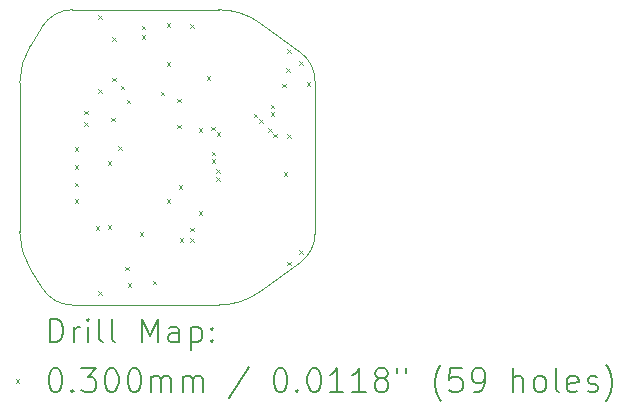
<source format=gbr>
%TF.GenerationSoftware,KiCad,Pcbnew,7.0.9*%
%TF.CreationDate,2024-09-28T05:22:22+08:00*%
%TF.ProjectId,cameraadapt,63616d65-7261-4616-9461-70742e6b6963,rev?*%
%TF.SameCoordinates,Original*%
%TF.FileFunction,Drillmap*%
%TF.FilePolarity,Positive*%
%FSLAX45Y45*%
G04 Gerber Fmt 4.5, Leading zero omitted, Abs format (unit mm)*
G04 Created by KiCad (PCBNEW 7.0.9) date 2024-09-28 05:22:22*
%MOMM*%
%LPD*%
G01*
G04 APERTURE LIST*
%ADD10C,0.100000*%
%ADD11C,0.200000*%
G04 APERTURE END LIST*
D10*
X-1080000Y-628571D02*
G75*
G03*
X-989434Y-945552I599999J0D01*
G01*
X-989434Y945552D02*
G75*
G03*
X-1080000Y628571I509433J-316981D01*
G01*
X957645Y1135580D02*
G75*
G03*
X605208Y1250000I-352437J-485580D01*
G01*
X605208Y-1250000D02*
G75*
G03*
X957645Y-1135580I0J600000D01*
G01*
X1420001Y647051D02*
G75*
G03*
X1296219Y889841I-300001J-1D01*
G01*
X1296218Y-889840D02*
G75*
G03*
X1420000Y-647051I-176218J242790D01*
G01*
X-888050Y-1108491D02*
G75*
G03*
X-633333Y-1250000I254717J158491D01*
G01*
X-633333Y1250000D02*
G75*
G03*
X-888050Y1108491I0J-300000D01*
G01*
X1420000Y647051D02*
X1420000Y-647051D01*
X-989434Y945552D02*
X-888050Y1108491D01*
X-1080000Y-628571D02*
X-1080000Y628571D01*
X957645Y-1135580D02*
X1296219Y-889841D01*
X605208Y-1250000D02*
X-633333Y-1250000D01*
X-633333Y1250000D02*
X605208Y1250000D01*
X-888050Y-1108491D02*
X-989434Y-945552D01*
X957645Y1135580D02*
X1296219Y889841D01*
D11*
D10*
X-615000Y85000D02*
X-585000Y55000D01*
X-585000Y85000D02*
X-615000Y55000D01*
X-615000Y-65000D02*
X-585000Y-95000D01*
X-585000Y-65000D02*
X-615000Y-95000D01*
X-615000Y-215000D02*
X-585000Y-245000D01*
X-585000Y-215000D02*
X-615000Y-245000D01*
X-615000Y-355000D02*
X-585000Y-385000D01*
X-585000Y-355000D02*
X-615000Y-385000D01*
X-535000Y395000D02*
X-505000Y365000D01*
X-505000Y395000D02*
X-535000Y365000D01*
X-533148Y298482D02*
X-503148Y268482D01*
X-503148Y298482D02*
X-533148Y268482D01*
X-435000Y-585000D02*
X-405000Y-615000D01*
X-405000Y-585000D02*
X-435000Y-615000D01*
X-415000Y1205000D02*
X-385000Y1175000D01*
X-385000Y1205000D02*
X-415000Y1175000D01*
X-415000Y575000D02*
X-385000Y545000D01*
X-385000Y575000D02*
X-415000Y545000D01*
X-415000Y-1135000D02*
X-385000Y-1165000D01*
X-385000Y-1135000D02*
X-415000Y-1165000D01*
X-335000Y-35000D02*
X-305000Y-65000D01*
X-305000Y-35000D02*
X-335000Y-65000D01*
X-335000Y-575000D02*
X-305000Y-605000D01*
X-305000Y-575000D02*
X-335000Y-605000D01*
X-305000Y335000D02*
X-275000Y305000D01*
X-275000Y335000D02*
X-305000Y305000D01*
X-295000Y1015000D02*
X-265000Y985000D01*
X-265000Y1015000D02*
X-295000Y985000D01*
X-295000Y675000D02*
X-265000Y645000D01*
X-265000Y675000D02*
X-295000Y645000D01*
X-245000Y95000D02*
X-215000Y65000D01*
X-215000Y95000D02*
X-245000Y65000D01*
X-225000Y605000D02*
X-195000Y575000D01*
X-195000Y605000D02*
X-225000Y575000D01*
X-185000Y-925000D02*
X-155000Y-955000D01*
X-155000Y-925000D02*
X-185000Y-955000D01*
X-172768Y489550D02*
X-142768Y459550D01*
X-142768Y489550D02*
X-172768Y459550D01*
X-165000Y-1065000D02*
X-135000Y-1095000D01*
X-135000Y-1065000D02*
X-165000Y-1095000D01*
X-65000Y-635000D02*
X-35000Y-665000D01*
X-35000Y-635000D02*
X-65000Y-665000D01*
X-45000Y1115000D02*
X-15000Y1085000D01*
X-15000Y1115000D02*
X-45000Y1085000D01*
X-45000Y1035000D02*
X-15000Y1005000D01*
X-15000Y1035000D02*
X-45000Y1005000D01*
X45000Y-1045000D02*
X75000Y-1075000D01*
X75000Y-1045000D02*
X45000Y-1075000D01*
X115000Y555000D02*
X145000Y525000D01*
X145000Y555000D02*
X115000Y525000D01*
X165000Y1135000D02*
X195000Y1105000D01*
X195000Y1135000D02*
X165000Y1105000D01*
X165000Y805000D02*
X195000Y775000D01*
X195000Y805000D02*
X165000Y775000D01*
X165000Y-355000D02*
X195000Y-385000D01*
X195000Y-355000D02*
X165000Y-385000D01*
X255000Y495000D02*
X285000Y465000D01*
X285000Y495000D02*
X255000Y465000D01*
X255000Y275000D02*
X285000Y245000D01*
X285000Y275000D02*
X255000Y245000D01*
X265000Y-235000D02*
X295000Y-265000D01*
X295000Y-235000D02*
X265000Y-265000D01*
X275000Y-685000D02*
X305000Y-715000D01*
X305000Y-685000D02*
X275000Y-715000D01*
X365000Y1125000D02*
X395000Y1095000D01*
X395000Y1125000D02*
X365000Y1095000D01*
X365000Y-595000D02*
X395000Y-625000D01*
X395000Y-595000D02*
X365000Y-625000D01*
X365000Y-685000D02*
X395000Y-715000D01*
X395000Y-685000D02*
X365000Y-715000D01*
X435000Y245000D02*
X465000Y215000D01*
X465000Y245000D02*
X435000Y215000D01*
X435000Y-455000D02*
X465000Y-485000D01*
X465000Y-455000D02*
X435000Y-485000D01*
X505000Y685000D02*
X535000Y655000D01*
X535000Y685000D02*
X505000Y655000D01*
X542019Y257981D02*
X572019Y227981D01*
X572019Y257981D02*
X542019Y227981D01*
X545000Y47500D02*
X575000Y17500D01*
X575000Y47500D02*
X545000Y17500D01*
X545000Y-17500D02*
X575000Y-47500D01*
X575000Y-17500D02*
X545000Y-47500D01*
X585000Y-102500D02*
X615000Y-132500D01*
X615000Y-102500D02*
X585000Y-132500D01*
X585000Y-167500D02*
X615000Y-197500D01*
X615000Y-167500D02*
X585000Y-197500D01*
X587981Y212019D02*
X617981Y182019D01*
X617981Y212019D02*
X587981Y182019D01*
X902019Y367981D02*
X932019Y337981D01*
X932019Y367981D02*
X902019Y337981D01*
X947981Y322019D02*
X977981Y292019D01*
X977981Y322019D02*
X947981Y292019D01*
X1022019Y247981D02*
X1052019Y217981D01*
X1052019Y247981D02*
X1022019Y217981D01*
X1045000Y447500D02*
X1075000Y417500D01*
X1075000Y447500D02*
X1045000Y417500D01*
X1045000Y382500D02*
X1075000Y352500D01*
X1075000Y382500D02*
X1045000Y352500D01*
X1067981Y202019D02*
X1097981Y172019D01*
X1097981Y202019D02*
X1067981Y172019D01*
X1145000Y625000D02*
X1175000Y595000D01*
X1175000Y625000D02*
X1145000Y595000D01*
X1155000Y-125000D02*
X1185000Y-155000D01*
X1185000Y-125000D02*
X1155000Y-155000D01*
X1175000Y755000D02*
X1205000Y725000D01*
X1205000Y755000D02*
X1175000Y725000D01*
X1185000Y915000D02*
X1215000Y885000D01*
X1215000Y915000D02*
X1185000Y885000D01*
X1185000Y195000D02*
X1215000Y165000D01*
X1215000Y195000D02*
X1185000Y165000D01*
X1185000Y-885000D02*
X1215000Y-915000D01*
X1215000Y-885000D02*
X1185000Y-915000D01*
X1285000Y815000D02*
X1315000Y785000D01*
X1315000Y815000D02*
X1285000Y785000D01*
X1285000Y-785000D02*
X1315000Y-815000D01*
X1315000Y-785000D02*
X1285000Y-815000D01*
X1349600Y635000D02*
X1379600Y605000D01*
X1379600Y635000D02*
X1349600Y605000D01*
D11*
X-824223Y-1566484D02*
X-824223Y-1366484D01*
X-824223Y-1366484D02*
X-776604Y-1366484D01*
X-776604Y-1366484D02*
X-748033Y-1376008D01*
X-748033Y-1376008D02*
X-728985Y-1395055D01*
X-728985Y-1395055D02*
X-719461Y-1414103D01*
X-719461Y-1414103D02*
X-709937Y-1452198D01*
X-709937Y-1452198D02*
X-709937Y-1480769D01*
X-709937Y-1480769D02*
X-719461Y-1518865D01*
X-719461Y-1518865D02*
X-728985Y-1537912D01*
X-728985Y-1537912D02*
X-748033Y-1556960D01*
X-748033Y-1556960D02*
X-776604Y-1566484D01*
X-776604Y-1566484D02*
X-824223Y-1566484D01*
X-624223Y-1566484D02*
X-624223Y-1433150D01*
X-624223Y-1471246D02*
X-614699Y-1452198D01*
X-614699Y-1452198D02*
X-605176Y-1442674D01*
X-605176Y-1442674D02*
X-586128Y-1433150D01*
X-586128Y-1433150D02*
X-567080Y-1433150D01*
X-500414Y-1566484D02*
X-500414Y-1433150D01*
X-500414Y-1366484D02*
X-509937Y-1376008D01*
X-509937Y-1376008D02*
X-500414Y-1385531D01*
X-500414Y-1385531D02*
X-490890Y-1376008D01*
X-490890Y-1376008D02*
X-500414Y-1366484D01*
X-500414Y-1366484D02*
X-500414Y-1385531D01*
X-376604Y-1566484D02*
X-395652Y-1556960D01*
X-395652Y-1556960D02*
X-405175Y-1537912D01*
X-405175Y-1537912D02*
X-405175Y-1366484D01*
X-271842Y-1566484D02*
X-290890Y-1556960D01*
X-290890Y-1556960D02*
X-300414Y-1537912D01*
X-300414Y-1537912D02*
X-300414Y-1366484D01*
X-43271Y-1566484D02*
X-43271Y-1366484D01*
X-43271Y-1366484D02*
X23396Y-1509341D01*
X23396Y-1509341D02*
X90062Y-1366484D01*
X90062Y-1366484D02*
X90062Y-1566484D01*
X271015Y-1566484D02*
X271015Y-1461722D01*
X271015Y-1461722D02*
X261491Y-1442674D01*
X261491Y-1442674D02*
X242443Y-1433150D01*
X242443Y-1433150D02*
X204348Y-1433150D01*
X204348Y-1433150D02*
X185301Y-1442674D01*
X271015Y-1556960D02*
X251967Y-1566484D01*
X251967Y-1566484D02*
X204348Y-1566484D01*
X204348Y-1566484D02*
X185301Y-1556960D01*
X185301Y-1556960D02*
X175777Y-1537912D01*
X175777Y-1537912D02*
X175777Y-1518865D01*
X175777Y-1518865D02*
X185301Y-1499817D01*
X185301Y-1499817D02*
X204348Y-1490293D01*
X204348Y-1490293D02*
X251967Y-1490293D01*
X251967Y-1490293D02*
X271015Y-1480769D01*
X366253Y-1433150D02*
X366253Y-1633150D01*
X366253Y-1442674D02*
X385301Y-1433150D01*
X385301Y-1433150D02*
X423396Y-1433150D01*
X423396Y-1433150D02*
X442443Y-1442674D01*
X442443Y-1442674D02*
X451967Y-1452198D01*
X451967Y-1452198D02*
X461491Y-1471246D01*
X461491Y-1471246D02*
X461491Y-1528388D01*
X461491Y-1528388D02*
X451967Y-1547436D01*
X451967Y-1547436D02*
X442443Y-1556960D01*
X442443Y-1556960D02*
X423396Y-1566484D01*
X423396Y-1566484D02*
X385301Y-1566484D01*
X385301Y-1566484D02*
X366253Y-1556960D01*
X547205Y-1547436D02*
X556729Y-1556960D01*
X556729Y-1556960D02*
X547205Y-1566484D01*
X547205Y-1566484D02*
X537682Y-1556960D01*
X537682Y-1556960D02*
X547205Y-1547436D01*
X547205Y-1547436D02*
X547205Y-1566484D01*
X547205Y-1442674D02*
X556729Y-1452198D01*
X556729Y-1452198D02*
X547205Y-1461722D01*
X547205Y-1461722D02*
X537682Y-1452198D01*
X537682Y-1452198D02*
X547205Y-1442674D01*
X547205Y-1442674D02*
X547205Y-1461722D01*
D10*
X-1115000Y-1880000D02*
X-1085000Y-1910000D01*
X-1085000Y-1880000D02*
X-1115000Y-1910000D01*
D11*
X-786128Y-1786484D02*
X-767080Y-1786484D01*
X-767080Y-1786484D02*
X-748033Y-1796008D01*
X-748033Y-1796008D02*
X-738509Y-1805531D01*
X-738509Y-1805531D02*
X-728985Y-1824579D01*
X-728985Y-1824579D02*
X-719461Y-1862674D01*
X-719461Y-1862674D02*
X-719461Y-1910293D01*
X-719461Y-1910293D02*
X-728985Y-1948388D01*
X-728985Y-1948388D02*
X-738509Y-1967436D01*
X-738509Y-1967436D02*
X-748033Y-1976960D01*
X-748033Y-1976960D02*
X-767080Y-1986484D01*
X-767080Y-1986484D02*
X-786128Y-1986484D01*
X-786128Y-1986484D02*
X-805175Y-1976960D01*
X-805175Y-1976960D02*
X-814699Y-1967436D01*
X-814699Y-1967436D02*
X-824223Y-1948388D01*
X-824223Y-1948388D02*
X-833747Y-1910293D01*
X-833747Y-1910293D02*
X-833747Y-1862674D01*
X-833747Y-1862674D02*
X-824223Y-1824579D01*
X-824223Y-1824579D02*
X-814699Y-1805531D01*
X-814699Y-1805531D02*
X-805175Y-1796008D01*
X-805175Y-1796008D02*
X-786128Y-1786484D01*
X-633747Y-1967436D02*
X-624223Y-1976960D01*
X-624223Y-1976960D02*
X-633747Y-1986484D01*
X-633747Y-1986484D02*
X-643271Y-1976960D01*
X-643271Y-1976960D02*
X-633747Y-1967436D01*
X-633747Y-1967436D02*
X-633747Y-1986484D01*
X-557556Y-1786484D02*
X-433747Y-1786484D01*
X-433747Y-1786484D02*
X-500414Y-1862674D01*
X-500414Y-1862674D02*
X-471842Y-1862674D01*
X-471842Y-1862674D02*
X-452794Y-1872198D01*
X-452794Y-1872198D02*
X-443271Y-1881722D01*
X-443271Y-1881722D02*
X-433747Y-1900769D01*
X-433747Y-1900769D02*
X-433747Y-1948388D01*
X-433747Y-1948388D02*
X-443271Y-1967436D01*
X-443271Y-1967436D02*
X-452794Y-1976960D01*
X-452794Y-1976960D02*
X-471842Y-1986484D01*
X-471842Y-1986484D02*
X-528985Y-1986484D01*
X-528985Y-1986484D02*
X-548033Y-1976960D01*
X-548033Y-1976960D02*
X-557556Y-1967436D01*
X-309937Y-1786484D02*
X-290890Y-1786484D01*
X-290890Y-1786484D02*
X-271842Y-1796008D01*
X-271842Y-1796008D02*
X-262318Y-1805531D01*
X-262318Y-1805531D02*
X-252794Y-1824579D01*
X-252794Y-1824579D02*
X-243271Y-1862674D01*
X-243271Y-1862674D02*
X-243271Y-1910293D01*
X-243271Y-1910293D02*
X-252794Y-1948388D01*
X-252794Y-1948388D02*
X-262318Y-1967436D01*
X-262318Y-1967436D02*
X-271842Y-1976960D01*
X-271842Y-1976960D02*
X-290890Y-1986484D01*
X-290890Y-1986484D02*
X-309937Y-1986484D01*
X-309937Y-1986484D02*
X-328985Y-1976960D01*
X-328985Y-1976960D02*
X-338509Y-1967436D01*
X-338509Y-1967436D02*
X-348033Y-1948388D01*
X-348033Y-1948388D02*
X-357556Y-1910293D01*
X-357556Y-1910293D02*
X-357556Y-1862674D01*
X-357556Y-1862674D02*
X-348033Y-1824579D01*
X-348033Y-1824579D02*
X-338509Y-1805531D01*
X-338509Y-1805531D02*
X-328985Y-1796008D01*
X-328985Y-1796008D02*
X-309937Y-1786484D01*
X-119461Y-1786484D02*
X-100413Y-1786484D01*
X-100413Y-1786484D02*
X-81366Y-1796008D01*
X-81366Y-1796008D02*
X-71842Y-1805531D01*
X-71842Y-1805531D02*
X-62318Y-1824579D01*
X-62318Y-1824579D02*
X-52794Y-1862674D01*
X-52794Y-1862674D02*
X-52794Y-1910293D01*
X-52794Y-1910293D02*
X-62318Y-1948388D01*
X-62318Y-1948388D02*
X-71842Y-1967436D01*
X-71842Y-1967436D02*
X-81366Y-1976960D01*
X-81366Y-1976960D02*
X-100413Y-1986484D01*
X-100413Y-1986484D02*
X-119461Y-1986484D01*
X-119461Y-1986484D02*
X-138509Y-1976960D01*
X-138509Y-1976960D02*
X-148033Y-1967436D01*
X-148033Y-1967436D02*
X-157556Y-1948388D01*
X-157556Y-1948388D02*
X-167080Y-1910293D01*
X-167080Y-1910293D02*
X-167080Y-1862674D01*
X-167080Y-1862674D02*
X-157556Y-1824579D01*
X-157556Y-1824579D02*
X-148033Y-1805531D01*
X-148033Y-1805531D02*
X-138509Y-1796008D01*
X-138509Y-1796008D02*
X-119461Y-1786484D01*
X32920Y-1986484D02*
X32920Y-1853150D01*
X32920Y-1872198D02*
X42444Y-1862674D01*
X42444Y-1862674D02*
X61491Y-1853150D01*
X61491Y-1853150D02*
X90063Y-1853150D01*
X90063Y-1853150D02*
X109110Y-1862674D01*
X109110Y-1862674D02*
X118634Y-1881722D01*
X118634Y-1881722D02*
X118634Y-1986484D01*
X118634Y-1881722D02*
X128158Y-1862674D01*
X128158Y-1862674D02*
X147205Y-1853150D01*
X147205Y-1853150D02*
X175777Y-1853150D01*
X175777Y-1853150D02*
X194824Y-1862674D01*
X194824Y-1862674D02*
X204348Y-1881722D01*
X204348Y-1881722D02*
X204348Y-1986484D01*
X299586Y-1986484D02*
X299586Y-1853150D01*
X299586Y-1872198D02*
X309110Y-1862674D01*
X309110Y-1862674D02*
X328158Y-1853150D01*
X328158Y-1853150D02*
X356729Y-1853150D01*
X356729Y-1853150D02*
X375777Y-1862674D01*
X375777Y-1862674D02*
X385301Y-1881722D01*
X385301Y-1881722D02*
X385301Y-1986484D01*
X385301Y-1881722D02*
X394824Y-1862674D01*
X394824Y-1862674D02*
X413872Y-1853150D01*
X413872Y-1853150D02*
X442443Y-1853150D01*
X442443Y-1853150D02*
X461491Y-1862674D01*
X461491Y-1862674D02*
X471015Y-1881722D01*
X471015Y-1881722D02*
X471015Y-1986484D01*
X861491Y-1776960D02*
X690063Y-2034103D01*
X1118634Y-1786484D02*
X1137682Y-1786484D01*
X1137682Y-1786484D02*
X1156729Y-1796008D01*
X1156729Y-1796008D02*
X1166253Y-1805531D01*
X1166253Y-1805531D02*
X1175777Y-1824579D01*
X1175777Y-1824579D02*
X1185301Y-1862674D01*
X1185301Y-1862674D02*
X1185301Y-1910293D01*
X1185301Y-1910293D02*
X1175777Y-1948388D01*
X1175777Y-1948388D02*
X1166253Y-1967436D01*
X1166253Y-1967436D02*
X1156729Y-1976960D01*
X1156729Y-1976960D02*
X1137682Y-1986484D01*
X1137682Y-1986484D02*
X1118634Y-1986484D01*
X1118634Y-1986484D02*
X1099587Y-1976960D01*
X1099587Y-1976960D02*
X1090063Y-1967436D01*
X1090063Y-1967436D02*
X1080539Y-1948388D01*
X1080539Y-1948388D02*
X1071015Y-1910293D01*
X1071015Y-1910293D02*
X1071015Y-1862674D01*
X1071015Y-1862674D02*
X1080539Y-1824579D01*
X1080539Y-1824579D02*
X1090063Y-1805531D01*
X1090063Y-1805531D02*
X1099587Y-1796008D01*
X1099587Y-1796008D02*
X1118634Y-1786484D01*
X1271015Y-1967436D02*
X1280539Y-1976960D01*
X1280539Y-1976960D02*
X1271015Y-1986484D01*
X1271015Y-1986484D02*
X1261491Y-1976960D01*
X1261491Y-1976960D02*
X1271015Y-1967436D01*
X1271015Y-1967436D02*
X1271015Y-1986484D01*
X1404348Y-1786484D02*
X1423396Y-1786484D01*
X1423396Y-1786484D02*
X1442444Y-1796008D01*
X1442444Y-1796008D02*
X1451967Y-1805531D01*
X1451967Y-1805531D02*
X1461491Y-1824579D01*
X1461491Y-1824579D02*
X1471015Y-1862674D01*
X1471015Y-1862674D02*
X1471015Y-1910293D01*
X1471015Y-1910293D02*
X1461491Y-1948388D01*
X1461491Y-1948388D02*
X1451967Y-1967436D01*
X1451967Y-1967436D02*
X1442444Y-1976960D01*
X1442444Y-1976960D02*
X1423396Y-1986484D01*
X1423396Y-1986484D02*
X1404348Y-1986484D01*
X1404348Y-1986484D02*
X1385301Y-1976960D01*
X1385301Y-1976960D02*
X1375777Y-1967436D01*
X1375777Y-1967436D02*
X1366253Y-1948388D01*
X1366253Y-1948388D02*
X1356729Y-1910293D01*
X1356729Y-1910293D02*
X1356729Y-1862674D01*
X1356729Y-1862674D02*
X1366253Y-1824579D01*
X1366253Y-1824579D02*
X1375777Y-1805531D01*
X1375777Y-1805531D02*
X1385301Y-1796008D01*
X1385301Y-1796008D02*
X1404348Y-1786484D01*
X1661491Y-1986484D02*
X1547206Y-1986484D01*
X1604348Y-1986484D02*
X1604348Y-1786484D01*
X1604348Y-1786484D02*
X1585301Y-1815055D01*
X1585301Y-1815055D02*
X1566253Y-1834103D01*
X1566253Y-1834103D02*
X1547206Y-1843627D01*
X1851967Y-1986484D02*
X1737682Y-1986484D01*
X1794825Y-1986484D02*
X1794825Y-1786484D01*
X1794825Y-1786484D02*
X1775777Y-1815055D01*
X1775777Y-1815055D02*
X1756729Y-1834103D01*
X1756729Y-1834103D02*
X1737682Y-1843627D01*
X1966253Y-1872198D02*
X1947206Y-1862674D01*
X1947206Y-1862674D02*
X1937682Y-1853150D01*
X1937682Y-1853150D02*
X1928158Y-1834103D01*
X1928158Y-1834103D02*
X1928158Y-1824579D01*
X1928158Y-1824579D02*
X1937682Y-1805531D01*
X1937682Y-1805531D02*
X1947206Y-1796008D01*
X1947206Y-1796008D02*
X1966253Y-1786484D01*
X1966253Y-1786484D02*
X2004348Y-1786484D01*
X2004348Y-1786484D02*
X2023396Y-1796008D01*
X2023396Y-1796008D02*
X2032920Y-1805531D01*
X2032920Y-1805531D02*
X2042444Y-1824579D01*
X2042444Y-1824579D02*
X2042444Y-1834103D01*
X2042444Y-1834103D02*
X2032920Y-1853150D01*
X2032920Y-1853150D02*
X2023396Y-1862674D01*
X2023396Y-1862674D02*
X2004348Y-1872198D01*
X2004348Y-1872198D02*
X1966253Y-1872198D01*
X1966253Y-1872198D02*
X1947206Y-1881722D01*
X1947206Y-1881722D02*
X1937682Y-1891246D01*
X1937682Y-1891246D02*
X1928158Y-1910293D01*
X1928158Y-1910293D02*
X1928158Y-1948388D01*
X1928158Y-1948388D02*
X1937682Y-1967436D01*
X1937682Y-1967436D02*
X1947206Y-1976960D01*
X1947206Y-1976960D02*
X1966253Y-1986484D01*
X1966253Y-1986484D02*
X2004348Y-1986484D01*
X2004348Y-1986484D02*
X2023396Y-1976960D01*
X2023396Y-1976960D02*
X2032920Y-1967436D01*
X2032920Y-1967436D02*
X2042444Y-1948388D01*
X2042444Y-1948388D02*
X2042444Y-1910293D01*
X2042444Y-1910293D02*
X2032920Y-1891246D01*
X2032920Y-1891246D02*
X2023396Y-1881722D01*
X2023396Y-1881722D02*
X2004348Y-1872198D01*
X2118634Y-1786484D02*
X2118634Y-1824579D01*
X2194825Y-1786484D02*
X2194825Y-1824579D01*
X2490063Y-2062674D02*
X2480539Y-2053150D01*
X2480539Y-2053150D02*
X2461491Y-2024579D01*
X2461491Y-2024579D02*
X2451968Y-2005531D01*
X2451968Y-2005531D02*
X2442444Y-1976960D01*
X2442444Y-1976960D02*
X2432920Y-1929341D01*
X2432920Y-1929341D02*
X2432920Y-1891246D01*
X2432920Y-1891246D02*
X2442444Y-1843627D01*
X2442444Y-1843627D02*
X2451968Y-1815055D01*
X2451968Y-1815055D02*
X2461491Y-1796008D01*
X2461491Y-1796008D02*
X2480539Y-1767436D01*
X2480539Y-1767436D02*
X2490063Y-1757912D01*
X2661491Y-1786484D02*
X2566253Y-1786484D01*
X2566253Y-1786484D02*
X2556730Y-1881722D01*
X2556730Y-1881722D02*
X2566253Y-1872198D01*
X2566253Y-1872198D02*
X2585301Y-1862674D01*
X2585301Y-1862674D02*
X2632920Y-1862674D01*
X2632920Y-1862674D02*
X2651968Y-1872198D01*
X2651968Y-1872198D02*
X2661491Y-1881722D01*
X2661491Y-1881722D02*
X2671015Y-1900769D01*
X2671015Y-1900769D02*
X2671015Y-1948388D01*
X2671015Y-1948388D02*
X2661491Y-1967436D01*
X2661491Y-1967436D02*
X2651968Y-1976960D01*
X2651968Y-1976960D02*
X2632920Y-1986484D01*
X2632920Y-1986484D02*
X2585301Y-1986484D01*
X2585301Y-1986484D02*
X2566253Y-1976960D01*
X2566253Y-1976960D02*
X2556730Y-1967436D01*
X2766253Y-1986484D02*
X2804348Y-1986484D01*
X2804348Y-1986484D02*
X2823396Y-1976960D01*
X2823396Y-1976960D02*
X2832920Y-1967436D01*
X2832920Y-1967436D02*
X2851968Y-1938865D01*
X2851968Y-1938865D02*
X2861491Y-1900769D01*
X2861491Y-1900769D02*
X2861491Y-1824579D01*
X2861491Y-1824579D02*
X2851968Y-1805531D01*
X2851968Y-1805531D02*
X2842444Y-1796008D01*
X2842444Y-1796008D02*
X2823396Y-1786484D01*
X2823396Y-1786484D02*
X2785301Y-1786484D01*
X2785301Y-1786484D02*
X2766253Y-1796008D01*
X2766253Y-1796008D02*
X2756730Y-1805531D01*
X2756730Y-1805531D02*
X2747206Y-1824579D01*
X2747206Y-1824579D02*
X2747206Y-1872198D01*
X2747206Y-1872198D02*
X2756730Y-1891246D01*
X2756730Y-1891246D02*
X2766253Y-1900769D01*
X2766253Y-1900769D02*
X2785301Y-1910293D01*
X2785301Y-1910293D02*
X2823396Y-1910293D01*
X2823396Y-1910293D02*
X2842444Y-1900769D01*
X2842444Y-1900769D02*
X2851968Y-1891246D01*
X2851968Y-1891246D02*
X2861491Y-1872198D01*
X3099587Y-1986484D02*
X3099587Y-1786484D01*
X3185301Y-1986484D02*
X3185301Y-1881722D01*
X3185301Y-1881722D02*
X3175777Y-1862674D01*
X3175777Y-1862674D02*
X3156730Y-1853150D01*
X3156730Y-1853150D02*
X3128158Y-1853150D01*
X3128158Y-1853150D02*
X3109110Y-1862674D01*
X3109110Y-1862674D02*
X3099587Y-1872198D01*
X3309110Y-1986484D02*
X3290063Y-1976960D01*
X3290063Y-1976960D02*
X3280539Y-1967436D01*
X3280539Y-1967436D02*
X3271015Y-1948388D01*
X3271015Y-1948388D02*
X3271015Y-1891246D01*
X3271015Y-1891246D02*
X3280539Y-1872198D01*
X3280539Y-1872198D02*
X3290063Y-1862674D01*
X3290063Y-1862674D02*
X3309110Y-1853150D01*
X3309110Y-1853150D02*
X3337682Y-1853150D01*
X3337682Y-1853150D02*
X3356730Y-1862674D01*
X3356730Y-1862674D02*
X3366253Y-1872198D01*
X3366253Y-1872198D02*
X3375777Y-1891246D01*
X3375777Y-1891246D02*
X3375777Y-1948388D01*
X3375777Y-1948388D02*
X3366253Y-1967436D01*
X3366253Y-1967436D02*
X3356730Y-1976960D01*
X3356730Y-1976960D02*
X3337682Y-1986484D01*
X3337682Y-1986484D02*
X3309110Y-1986484D01*
X3490063Y-1986484D02*
X3471015Y-1976960D01*
X3471015Y-1976960D02*
X3461491Y-1957912D01*
X3461491Y-1957912D02*
X3461491Y-1786484D01*
X3642444Y-1976960D02*
X3623396Y-1986484D01*
X3623396Y-1986484D02*
X3585301Y-1986484D01*
X3585301Y-1986484D02*
X3566253Y-1976960D01*
X3566253Y-1976960D02*
X3556730Y-1957912D01*
X3556730Y-1957912D02*
X3556730Y-1881722D01*
X3556730Y-1881722D02*
X3566253Y-1862674D01*
X3566253Y-1862674D02*
X3585301Y-1853150D01*
X3585301Y-1853150D02*
X3623396Y-1853150D01*
X3623396Y-1853150D02*
X3642444Y-1862674D01*
X3642444Y-1862674D02*
X3651968Y-1881722D01*
X3651968Y-1881722D02*
X3651968Y-1900769D01*
X3651968Y-1900769D02*
X3556730Y-1919817D01*
X3728158Y-1976960D02*
X3747206Y-1986484D01*
X3747206Y-1986484D02*
X3785301Y-1986484D01*
X3785301Y-1986484D02*
X3804349Y-1976960D01*
X3804349Y-1976960D02*
X3813872Y-1957912D01*
X3813872Y-1957912D02*
X3813872Y-1948388D01*
X3813872Y-1948388D02*
X3804349Y-1929341D01*
X3804349Y-1929341D02*
X3785301Y-1919817D01*
X3785301Y-1919817D02*
X3756730Y-1919817D01*
X3756730Y-1919817D02*
X3737682Y-1910293D01*
X3737682Y-1910293D02*
X3728158Y-1891246D01*
X3728158Y-1891246D02*
X3728158Y-1881722D01*
X3728158Y-1881722D02*
X3737682Y-1862674D01*
X3737682Y-1862674D02*
X3756730Y-1853150D01*
X3756730Y-1853150D02*
X3785301Y-1853150D01*
X3785301Y-1853150D02*
X3804349Y-1862674D01*
X3880539Y-2062674D02*
X3890063Y-2053150D01*
X3890063Y-2053150D02*
X3909111Y-2024579D01*
X3909111Y-2024579D02*
X3918634Y-2005531D01*
X3918634Y-2005531D02*
X3928158Y-1976960D01*
X3928158Y-1976960D02*
X3937682Y-1929341D01*
X3937682Y-1929341D02*
X3937682Y-1891246D01*
X3937682Y-1891246D02*
X3928158Y-1843627D01*
X3928158Y-1843627D02*
X3918634Y-1815055D01*
X3918634Y-1815055D02*
X3909111Y-1796008D01*
X3909111Y-1796008D02*
X3890063Y-1767436D01*
X3890063Y-1767436D02*
X3880539Y-1757912D01*
M02*

</source>
